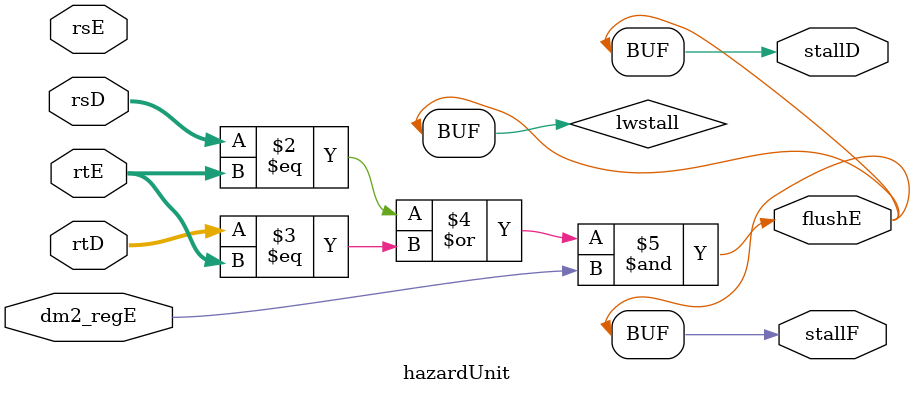
<source format=v>
module hazardUnit(
    input wire [4:0] rsD,
    input wire [4:0] rtD,
    input wire [4:0] rsE,
    input wire [4:0] rtE,
    input wire dm2_regE,
    output reg stallF,
    output reg stallD,
    output reg flushE
    );
    
    reg lwstall;
    always@(*)
    begin
    lwstall = ((rsD == rtE) | (rtD == rtE)) & dm2_regE;
    stallF = lwstall;
    stallD = lwstall;
    flushE = lwstall;
    end
        
endmodule

</source>
